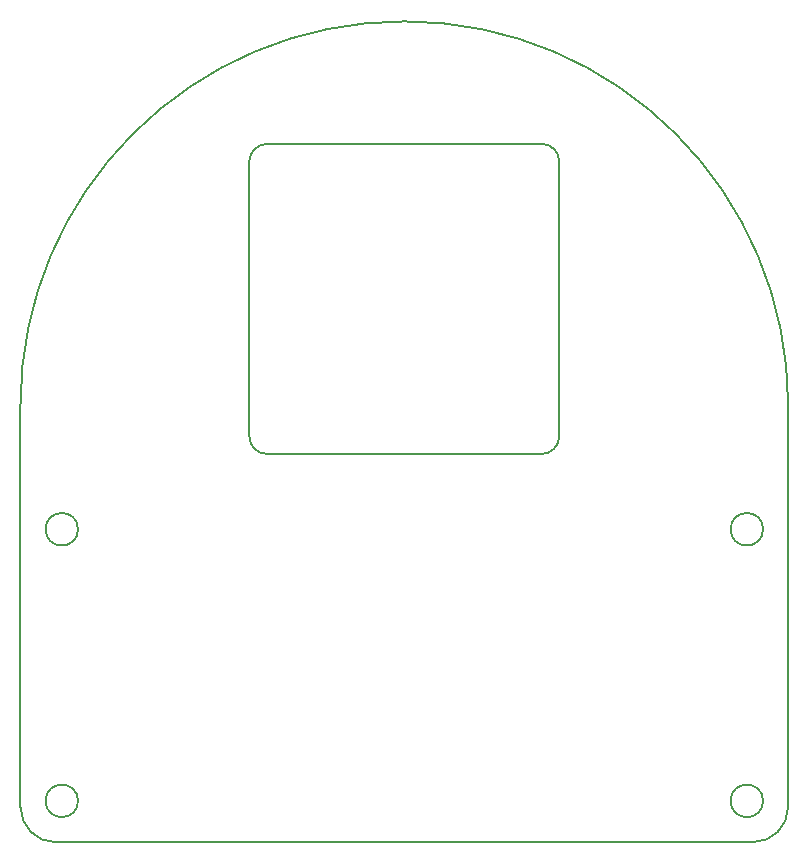
<source format=gbr>
%TF.GenerationSoftware,KiCad,Pcbnew,(5.1.6)-1*%
%TF.CreationDate,2020-09-22T17:38:13-04:00*%
%TF.ProjectId,wireless_charger,77697265-6c65-4737-935f-636861726765,rev?*%
%TF.SameCoordinates,Original*%
%TF.FileFunction,Profile,NP*%
%FSLAX46Y46*%
G04 Gerber Fmt 4.6, Leading zero omitted, Abs format (unit mm)*
G04 Created by KiCad (PCBNEW (5.1.6)-1) date 2020-09-22 17:38:13*
%MOMM*%
%LPD*%
G01*
G04 APERTURE LIST*
%TA.AperFunction,Profile*%
%ADD10C,0.200000*%
%TD*%
G04 APERTURE END LIST*
D10*
X123075000Y-51475002D02*
G75*
G02*
X124575000Y-49975000I1500001J1D01*
G01*
X149325000Y-51475001D02*
X149325000Y-74725000D01*
X108575000Y-82599999D02*
G75*
G03*
X108575000Y-82599999I-1375000J0D01*
G01*
X149325000Y-74724998D02*
G75*
G02*
X147825000Y-76225000I-1500001J-1D01*
G01*
X165700000Y-109099999D02*
X106700000Y-109100000D01*
X147824999Y-49975000D02*
G75*
G02*
X149325000Y-51475001I0J-1500001D01*
G01*
X103700000Y-72100000D02*
G75*
G02*
X168700000Y-72100000I32500000J0D01*
G01*
X123075000Y-74725000D02*
X123075000Y-51475000D01*
X124575000Y-76225000D02*
G75*
G02*
X123075000Y-74725000I0J1500000D01*
G01*
X103700000Y-106100000D02*
X103700000Y-72100000D01*
X166575000Y-82599999D02*
G75*
G03*
X166575000Y-82599999I-1375000J0D01*
G01*
X168700000Y-106099999D02*
G75*
G02*
X165700000Y-109099999I-3000000J0D01*
G01*
X168700000Y-72100000D02*
X168699999Y-106099999D01*
X124575000Y-49975000D02*
X147824999Y-49975000D01*
X147825000Y-76225000D02*
X124575000Y-76225000D01*
X166575000Y-105600000D02*
G75*
G03*
X166575000Y-105600000I-1375000J0D01*
G01*
X106700000Y-109100000D02*
G75*
G02*
X103700000Y-106100000I0J3000000D01*
G01*
X108575000Y-105600000D02*
G75*
G03*
X108575000Y-105600000I-1375000J0D01*
G01*
M02*

</source>
